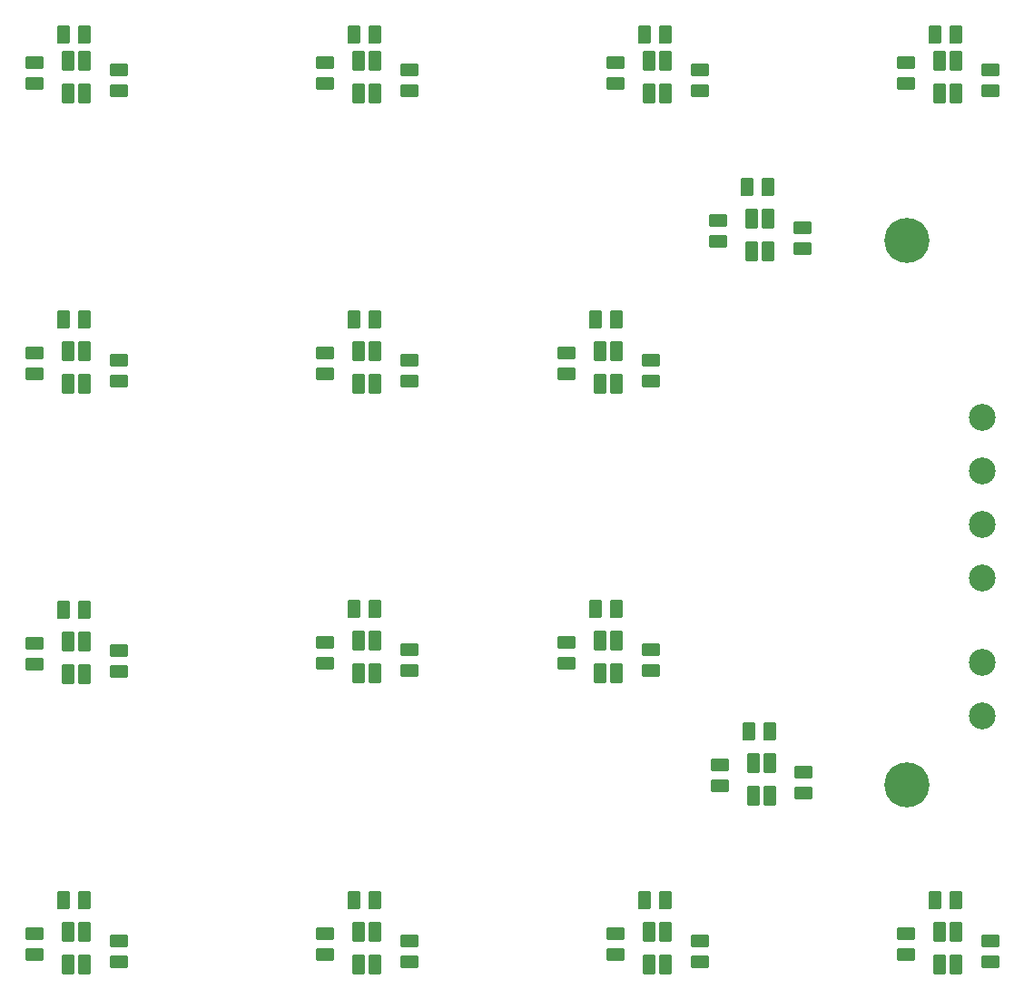
<source format=gbs>
G04*
G04 #@! TF.GenerationSoftware,Altium Limited,Altium Designer,20.1.12 (249)*
G04*
G04 Layer_Color=16711935*
%FSAX25Y25*%
%MOIN*%
G70*
G04*
G04 #@! TF.SameCoordinates,CE78A03B-694A-4DC8-B1AE-BFA5CE161D15*
G04*
G04*
G04 #@! TF.FilePolarity,Negative*
G04*
G01*
G75*
G04:AMPARAMS|DCode=30|XSize=49.34mil|YSize=67.06mil|CornerRadius=8.13mil|HoleSize=0mil|Usage=FLASHONLY|Rotation=0.000|XOffset=0mil|YOffset=0mil|HoleType=Round|Shape=RoundedRectangle|*
%AMROUNDEDRECTD30*
21,1,0.04934,0.05079,0,0,0.0*
21,1,0.03307,0.06706,0,0,0.0*
1,1,0.01627,0.01654,-0.02539*
1,1,0.01627,-0.01654,-0.02539*
1,1,0.01627,-0.01654,0.02539*
1,1,0.01627,0.01654,0.02539*
%
%ADD30ROUNDEDRECTD30*%
G04:AMPARAMS|DCode=31|XSize=49.34mil|YSize=67.06mil|CornerRadius=8.13mil|HoleSize=0mil|Usage=FLASHONLY|Rotation=270.000|XOffset=0mil|YOffset=0mil|HoleType=Round|Shape=RoundedRectangle|*
%AMROUNDEDRECTD31*
21,1,0.04934,0.05079,0,0,270.0*
21,1,0.03307,0.06706,0,0,270.0*
1,1,0.01627,-0.02539,-0.01654*
1,1,0.01627,-0.02539,0.01654*
1,1,0.01627,0.02539,0.01654*
1,1,0.01627,0.02539,-0.01654*
%
%ADD31ROUNDEDRECTD31*%
G04:AMPARAMS|DCode=35|XSize=47.37mil|YSize=74.93mil|CornerRadius=7.94mil|HoleSize=0mil|Usage=FLASHONLY|Rotation=0.000|XOffset=0mil|YOffset=0mil|HoleType=Round|Shape=RoundedRectangle|*
%AMROUNDEDRECTD35*
21,1,0.04737,0.05906,0,0,0.0*
21,1,0.03150,0.07493,0,0,0.0*
1,1,0.01587,0.01575,-0.02953*
1,1,0.01587,-0.01575,-0.02953*
1,1,0.01587,-0.01575,0.02953*
1,1,0.01587,0.01575,0.02953*
%
%ADD35ROUNDEDRECTD35*%
%ADD36C,0.09855*%
%ADD37C,0.16548*%
D30*
X0357904Y-0337283D02*
D03*
X0350384D02*
D03*
X0251237D02*
D03*
X0243717D02*
D03*
X0144570D02*
D03*
X0137050D02*
D03*
X0289404Y-0275284D02*
D03*
X0281884D02*
D03*
X0037903Y-0337283D02*
D03*
X0030384D02*
D03*
X0233237Y-0230253D02*
D03*
X0225717D02*
D03*
X0144570D02*
D03*
X0137050D02*
D03*
X0037903Y-0230617D02*
D03*
X0030384D02*
D03*
X0288903Y-0075283D02*
D03*
X0281384D02*
D03*
X0233237Y-0123950D02*
D03*
X0225717D02*
D03*
X0144570D02*
D03*
X0137050D02*
D03*
X0037903D02*
D03*
X0030384D02*
D03*
X0357904Y-0019284D02*
D03*
X0350384D02*
D03*
X0251237D02*
D03*
X0243717D02*
D03*
X0144570D02*
D03*
X0137050D02*
D03*
X0037903D02*
D03*
X0030384D02*
D03*
D31*
X0370404Y-0352480D02*
D03*
Y-0360000D02*
D03*
X0263737Y-0352480D02*
D03*
Y-0360000D02*
D03*
X0339596Y-0349783D02*
D03*
Y-0357303D02*
D03*
X0232930Y-0349783D02*
D03*
Y-0357303D02*
D03*
X0157070Y-0352480D02*
D03*
Y-0360000D02*
D03*
X0301904Y-0290480D02*
D03*
Y-0298000D02*
D03*
X0126263Y-0349783D02*
D03*
Y-0357303D02*
D03*
X0271096Y-0287784D02*
D03*
Y-0295303D02*
D03*
X0050403Y-0352480D02*
D03*
Y-0360000D02*
D03*
X0245737Y-0245450D02*
D03*
Y-0252969D02*
D03*
X0157070Y-0245450D02*
D03*
Y-0252969D02*
D03*
X0019596Y-0349783D02*
D03*
Y-0357303D02*
D03*
X0214930Y-0242753D02*
D03*
Y-0250272D02*
D03*
X0126263Y-0242753D02*
D03*
Y-0250272D02*
D03*
X0050403Y-0245814D02*
D03*
Y-0253333D02*
D03*
X0301403Y-0090480D02*
D03*
Y-0098000D02*
D03*
X0245737Y-0139147D02*
D03*
Y-0146667D02*
D03*
X0019596Y-0243117D02*
D03*
Y-0250637D02*
D03*
X0270596Y-0087783D02*
D03*
Y-0095303D02*
D03*
X0214930Y-0136450D02*
D03*
Y-0143970D02*
D03*
X0157070Y-0139147D02*
D03*
Y-0146667D02*
D03*
X0050403Y-0139147D02*
D03*
Y-0146667D02*
D03*
X0370404Y-0032480D02*
D03*
Y-0040000D02*
D03*
X0126263Y-0136450D02*
D03*
Y-0143970D02*
D03*
X0019596Y-0136450D02*
D03*
Y-0143970D02*
D03*
X0339596Y-0029783D02*
D03*
Y-0037303D02*
D03*
X0263737Y-0032480D02*
D03*
Y-0040000D02*
D03*
X0157070Y-0032480D02*
D03*
Y-0040000D02*
D03*
X0050403Y-0032480D02*
D03*
Y-0040000D02*
D03*
X0232930Y-0029783D02*
D03*
Y-0037303D02*
D03*
X0126263Y-0029783D02*
D03*
Y-0037303D02*
D03*
X0019596Y-0029783D02*
D03*
Y-0037303D02*
D03*
D35*
X0352047Y-0349095D02*
D03*
X0357953D02*
D03*
Y-0360906D02*
D03*
X0352047D02*
D03*
X0245381Y-0349095D02*
D03*
X0251286D02*
D03*
Y-0360906D02*
D03*
X0245381D02*
D03*
X0138714Y-0349095D02*
D03*
X0144619D02*
D03*
Y-0360906D02*
D03*
X0138714D02*
D03*
X0283547Y-0287094D02*
D03*
X0289453D02*
D03*
Y-0298905D02*
D03*
X0283547D02*
D03*
X0032047Y-0349095D02*
D03*
X0037953D02*
D03*
Y-0360906D02*
D03*
X0032047D02*
D03*
X0227381Y-0242064D02*
D03*
X0233286D02*
D03*
Y-0253875D02*
D03*
X0227381D02*
D03*
X0138714Y-0242064D02*
D03*
X0144619D02*
D03*
Y-0253875D02*
D03*
X0138714D02*
D03*
X0032047Y-0242428D02*
D03*
X0037953D02*
D03*
Y-0254239D02*
D03*
X0032047D02*
D03*
X0283047Y-0087094D02*
D03*
X0288953D02*
D03*
Y-0098905D02*
D03*
X0283047D02*
D03*
X0227381Y-0135761D02*
D03*
X0233286D02*
D03*
Y-0147572D02*
D03*
X0227381D02*
D03*
X0138714Y-0135761D02*
D03*
X0144619D02*
D03*
Y-0147572D02*
D03*
X0138714D02*
D03*
X0032047Y-0135761D02*
D03*
X0037953D02*
D03*
Y-0147572D02*
D03*
X0032047D02*
D03*
X0352047Y-0029094D02*
D03*
X0357953D02*
D03*
Y-0040905D02*
D03*
X0352047D02*
D03*
X0245381Y-0029094D02*
D03*
X0251286D02*
D03*
Y-0040905D02*
D03*
X0245381D02*
D03*
X0138714Y-0029094D02*
D03*
X0144619D02*
D03*
Y-0040905D02*
D03*
X0138714D02*
D03*
X0032047Y-0029094D02*
D03*
X0037953D02*
D03*
Y-0040905D02*
D03*
X0032047D02*
D03*
D36*
X0367500Y-0179685D02*
D03*
Y-0160000D02*
D03*
Y-0199370D02*
D03*
Y-0219055D02*
D03*
Y-0250157D02*
D03*
Y-0269843D02*
D03*
D37*
X0340000Y-0295000D02*
D03*
Y-0095000D02*
D03*
M02*

</source>
